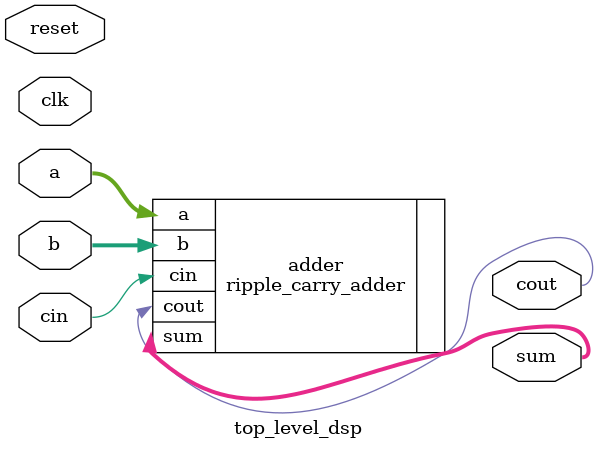
<source format=v>
module top_level_dsp (
    input clk,
    input reset,
    input [15:0] a,
    input [15:0] b,
    input cin,
    output reg [15:0] sum,
    output reg cout
);
    // Instantiate the 16-bit adder
    ripple_carry_adder adder (
        .a(a),
        .b(b),
        .cin(cin),
        .sum(sum),
        .cout(cout)
    );
    
    // Additional DSP logic could be added here
endmodule
</source>
